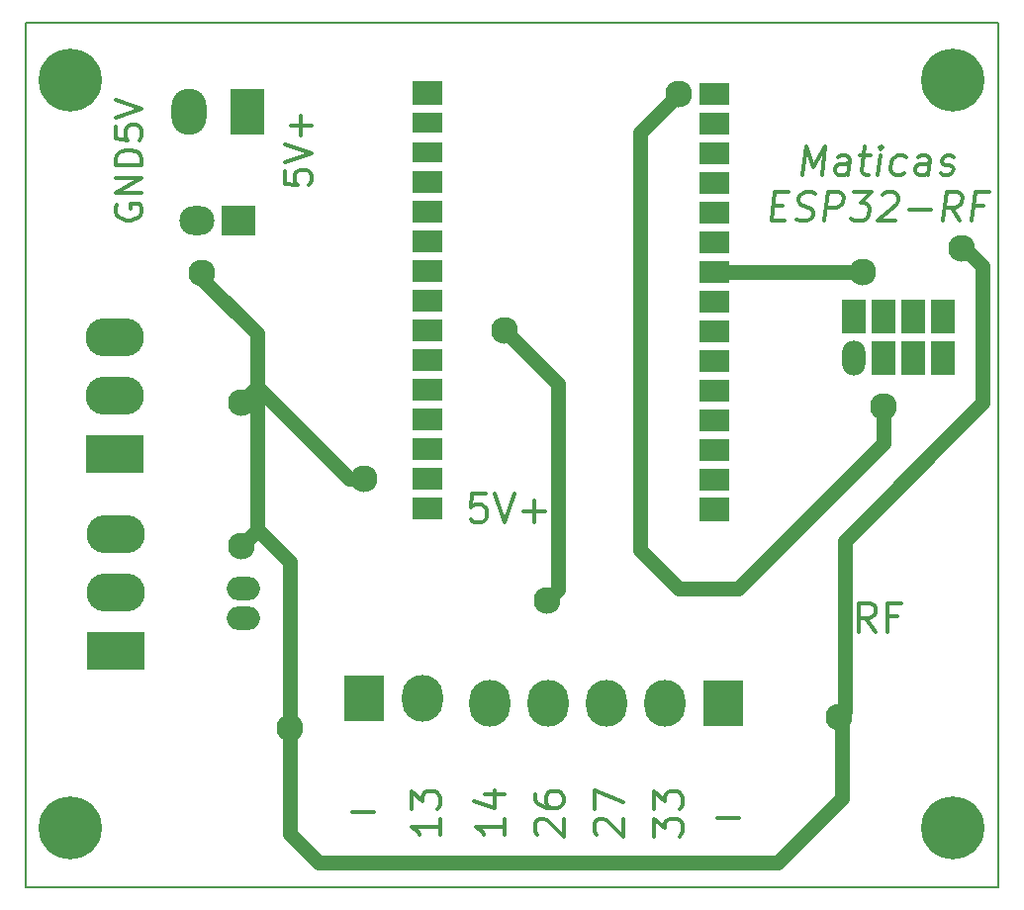
<source format=gbr>
%TF.GenerationSoftware,KiCad,Pcbnew,6.0.11+dfsg-1*%
%TF.CreationDate,2023-04-26T14:23:14-05:00*%
%TF.ProjectId,water_tank_module,77617465-725f-4746-916e-6b5f6d6f6475,rev?*%
%TF.SameCoordinates,Original*%
%TF.FileFunction,Copper,L1,Top*%
%TF.FilePolarity,Positive*%
%FSLAX46Y46*%
G04 Gerber Fmt 4.6, Leading zero omitted, Abs format (unit mm)*
G04 Created by KiCad (PCBNEW 6.0.11+dfsg-1) date 2023-04-26 14:23:14*
%MOMM*%
%LPD*%
G01*
G04 APERTURE LIST*
%TA.AperFunction,NonConductor*%
%ADD10C,0.200000*%
%TD*%
%ADD11C,0.300000*%
%TA.AperFunction,NonConductor*%
%ADD12C,0.300000*%
%TD*%
%TA.AperFunction,ComponentPad*%
%ADD13R,5.000000X3.300000*%
%TD*%
%TA.AperFunction,ComponentPad*%
%ADD14O,5.000000X3.300000*%
%TD*%
%TA.AperFunction,ComponentPad*%
%ADD15R,3.500000X4.000000*%
%TD*%
%TA.AperFunction,ComponentPad*%
%ADD16O,3.500000X4.000000*%
%TD*%
%TA.AperFunction,ComponentPad*%
%ADD17C,5.400000*%
%TD*%
%TA.AperFunction,ComponentPad*%
%ADD18R,2.000000X3.000000*%
%TD*%
%TA.AperFunction,ComponentPad*%
%ADD19O,2.000000X3.000000*%
%TD*%
%TA.AperFunction,ComponentPad*%
%ADD20R,3.000000X2.500000*%
%TD*%
%TA.AperFunction,ComponentPad*%
%ADD21O,3.000000X2.500000*%
%TD*%
%TA.AperFunction,ComponentPad*%
%ADD22R,2.540000X2.100000*%
%TD*%
%TA.AperFunction,ComponentPad*%
%ADD23R,2.540000X1.740000*%
%TD*%
%TA.AperFunction,ComponentPad*%
%ADD24R,2.540000X1.950000*%
%TD*%
%TA.AperFunction,ComponentPad*%
%ADD25R,3.000000X3.960000*%
%TD*%
%TA.AperFunction,ComponentPad*%
%ADD26O,3.000000X3.960000*%
%TD*%
%TA.AperFunction,ComponentPad*%
%ADD27O,2.850000X2.025000*%
%TD*%
%TA.AperFunction,ComponentPad*%
%ADD28R,2.540000X2.000000*%
%TD*%
%TA.AperFunction,ViaPad*%
%ADD29C,2.300000*%
%TD*%
%TA.AperFunction,Conductor*%
%ADD30C,1.250000*%
%TD*%
G04 APERTURE END LIST*
D10*
X199160000Y-66100000D02*
X115900000Y-66100000D01*
X115900000Y-66100000D02*
X115900000Y-140085000D01*
X115900000Y-140085000D02*
X199160000Y-140085000D01*
X199160000Y-140085000D02*
X199160000Y-66100000D01*
D11*
D12*
X151358333Y-134216666D02*
X151358333Y-135616666D01*
X151358333Y-134916666D02*
X148908333Y-134916666D01*
X149258333Y-135150000D01*
X149491666Y-135383333D01*
X149608333Y-135616666D01*
X148908333Y-133400000D02*
X148908333Y-131883333D01*
X149841666Y-132700000D01*
X149841666Y-132350000D01*
X149958333Y-132116666D01*
X150075000Y-132000000D01*
X150308333Y-131883333D01*
X150891666Y-131883333D01*
X151125000Y-132000000D01*
X151241666Y-132116666D01*
X151358333Y-132350000D01*
X151358333Y-133050000D01*
X151241666Y-133283333D01*
X151125000Y-133400000D01*
D11*
D12*
X156858333Y-134216666D02*
X156858333Y-135616666D01*
X156858333Y-134916666D02*
X154408333Y-134916666D01*
X154758333Y-135150000D01*
X154991666Y-135383333D01*
X155108333Y-135616666D01*
X155225000Y-132116666D02*
X156858333Y-132116666D01*
X154291666Y-132700000D02*
X156041666Y-133283333D01*
X156041666Y-131766666D01*
D11*
D12*
X123703000Y-81712863D02*
X123595857Y-81927148D01*
X123595857Y-82248577D01*
X123703000Y-82570005D01*
X123917285Y-82784291D01*
X124131571Y-82891434D01*
X124560142Y-82998577D01*
X124881571Y-82998577D01*
X125310142Y-82891434D01*
X125524428Y-82784291D01*
X125738714Y-82570005D01*
X125845857Y-82248577D01*
X125845857Y-82034291D01*
X125738714Y-81712863D01*
X125631571Y-81605720D01*
X124881571Y-81605720D01*
X124881571Y-82034291D01*
X125845857Y-80641434D02*
X123595857Y-80641434D01*
X125845857Y-79355720D01*
X123595857Y-79355720D01*
X125845857Y-78284291D02*
X123595857Y-78284291D01*
X123595857Y-77748577D01*
X123703000Y-77427148D01*
X123917285Y-77212863D01*
X124131571Y-77105720D01*
X124560142Y-76998577D01*
X124881571Y-76998577D01*
X125310142Y-77105720D01*
X125524428Y-77212863D01*
X125738714Y-77427148D01*
X125845857Y-77748577D01*
X125845857Y-78284291D01*
X123595857Y-74962863D02*
X123595857Y-76034291D01*
X124667285Y-76141434D01*
X124560142Y-76034291D01*
X124453000Y-75820005D01*
X124453000Y-75284291D01*
X124560142Y-75070005D01*
X124667285Y-74962863D01*
X124881571Y-74855720D01*
X125417285Y-74855720D01*
X125631571Y-74962863D01*
X125738714Y-75070005D01*
X125845857Y-75284291D01*
X125845857Y-75820005D01*
X125738714Y-76034291D01*
X125631571Y-76141434D01*
X123595857Y-74212863D02*
X125845857Y-73462863D01*
X123595857Y-72712863D01*
D11*
D12*
X159724999Y-135616666D02*
X159608333Y-135500000D01*
X159491666Y-135266666D01*
X159491666Y-134683333D01*
X159608333Y-134450000D01*
X159724999Y-134333333D01*
X159958333Y-134216666D01*
X160191666Y-134216666D01*
X160541666Y-134333333D01*
X161941666Y-135733333D01*
X161941666Y-134216666D01*
X159491666Y-132116666D02*
X159491666Y-132583333D01*
X159608333Y-132816666D01*
X159724999Y-132933333D01*
X160074999Y-133166666D01*
X160541666Y-133283333D01*
X161474999Y-133283333D01*
X161708333Y-133166666D01*
X161824999Y-133050000D01*
X161941666Y-132816666D01*
X161941666Y-132350000D01*
X161824999Y-132116666D01*
X161708333Y-132000000D01*
X161474999Y-131883333D01*
X160891666Y-131883333D01*
X160658333Y-132000000D01*
X160541666Y-132116666D01*
X160424999Y-132350000D01*
X160424999Y-132816666D01*
X160541666Y-133050000D01*
X160658333Y-133166666D01*
X160891666Y-133283333D01*
D11*
D12*
X169658333Y-135733333D02*
X169658333Y-134216666D01*
X170591666Y-135033333D01*
X170591666Y-134683333D01*
X170708333Y-134450000D01*
X170825000Y-134333333D01*
X171058333Y-134216666D01*
X171641666Y-134216666D01*
X171875000Y-134333333D01*
X171991666Y-134450000D01*
X172108333Y-134683333D01*
X172108333Y-135383333D01*
X171991666Y-135616666D01*
X171875000Y-135733333D01*
X169658333Y-133400000D02*
X169658333Y-131883333D01*
X170591666Y-132700000D01*
X170591666Y-132350000D01*
X170708333Y-132116666D01*
X170825000Y-132000000D01*
X171058333Y-131883333D01*
X171641666Y-131883333D01*
X171875000Y-132000000D01*
X171991666Y-132116666D01*
X172108333Y-132350000D01*
X172108333Y-133050000D01*
X171991666Y-133283333D01*
X171875000Y-133400000D01*
D11*
D12*
X175066666Y-134175000D02*
X176933333Y-134175000D01*
D11*
D12*
X164808332Y-135616666D02*
X164691666Y-135500000D01*
X164574999Y-135266666D01*
X164574999Y-134683333D01*
X164691666Y-134450000D01*
X164808332Y-134333333D01*
X165041666Y-134216666D01*
X165274999Y-134216666D01*
X165624999Y-134333333D01*
X167024999Y-135733333D01*
X167024999Y-134216666D01*
X164574999Y-133400000D02*
X164574999Y-131766666D01*
X167024999Y-132816666D01*
D11*
D12*
X138095857Y-78784291D02*
X138095857Y-79855720D01*
X139167285Y-79962863D01*
X139060142Y-79855720D01*
X138953000Y-79641434D01*
X138953000Y-79105720D01*
X139060142Y-78891434D01*
X139167285Y-78784291D01*
X139381571Y-78677148D01*
X139917285Y-78677148D01*
X140131571Y-78784291D01*
X140238714Y-78891434D01*
X140345857Y-79105720D01*
X140345857Y-79641434D01*
X140238714Y-79855720D01*
X140131571Y-79962863D01*
X138095857Y-78034291D02*
X140345857Y-77284291D01*
X138095857Y-76534291D01*
X139488714Y-75784291D02*
X139488714Y-74070005D01*
X140345857Y-74927148D02*
X138631571Y-74927148D01*
D11*
D12*
X143816666Y-133675000D02*
X145683333Y-133675000D01*
D11*
D12*
X155266666Y-106408333D02*
X154100000Y-106408333D01*
X153983333Y-107575000D01*
X154100000Y-107458333D01*
X154333333Y-107341666D01*
X154916666Y-107341666D01*
X155150000Y-107458333D01*
X155266666Y-107575000D01*
X155383333Y-107808333D01*
X155383333Y-108391666D01*
X155266666Y-108625000D01*
X155150000Y-108741666D01*
X154916666Y-108858333D01*
X154333333Y-108858333D01*
X154100000Y-108741666D01*
X153983333Y-108625000D01*
X156083333Y-106408333D02*
X156900000Y-108858333D01*
X157716666Y-106408333D01*
X158533333Y-107925000D02*
X160400000Y-107925000D01*
X159466666Y-108858333D02*
X159466666Y-106991666D01*
D11*
D12*
X188633333Y-118208333D02*
X187816666Y-117041666D01*
X187233333Y-118208333D02*
X187233333Y-115758333D01*
X188166666Y-115758333D01*
X188400000Y-115875000D01*
X188516666Y-115991666D01*
X188633333Y-116225000D01*
X188633333Y-116575000D01*
X188516666Y-116808333D01*
X188400000Y-116925000D01*
X188166666Y-117041666D01*
X187233333Y-117041666D01*
X190500000Y-116925000D02*
X189683333Y-116925000D01*
X189683333Y-118208333D02*
X189683333Y-115758333D01*
X190850000Y-115758333D01*
D11*
D12*
X182409718Y-79115083D02*
X182715968Y-76665083D01*
X183313885Y-78415083D01*
X184349302Y-76665083D01*
X184043052Y-79115083D01*
X186259718Y-79115083D02*
X186420135Y-77831750D01*
X186332635Y-77598416D01*
X186113885Y-77481750D01*
X185647218Y-77481750D01*
X185399302Y-77598416D01*
X186274302Y-78998416D02*
X186026385Y-79115083D01*
X185443052Y-79115083D01*
X185224302Y-78998416D01*
X185136802Y-78765083D01*
X185165968Y-78531750D01*
X185311802Y-78298416D01*
X185559718Y-78181750D01*
X186143052Y-78181750D01*
X186390968Y-78065083D01*
X187280552Y-77481750D02*
X188213885Y-77481750D01*
X187732635Y-76665083D02*
X187470135Y-78765083D01*
X187557635Y-78998416D01*
X187776385Y-79115083D01*
X188009718Y-79115083D01*
X188826385Y-79115083D02*
X189030552Y-77481750D01*
X189132635Y-76665083D02*
X189001385Y-76781750D01*
X189103468Y-76898416D01*
X189234718Y-76781750D01*
X189132635Y-76665083D01*
X189103468Y-76898416D01*
X191057635Y-78998416D02*
X190809718Y-79115083D01*
X190343052Y-79115083D01*
X190124302Y-78998416D01*
X190022218Y-78881750D01*
X189934718Y-78648416D01*
X190022218Y-77948416D01*
X190168052Y-77715083D01*
X190299302Y-77598416D01*
X190547218Y-77481750D01*
X191013885Y-77481750D01*
X191232635Y-77598416D01*
X193143052Y-79115083D02*
X193303468Y-77831750D01*
X193215968Y-77598416D01*
X192997218Y-77481750D01*
X192530552Y-77481750D01*
X192282635Y-77598416D01*
X193157635Y-78998416D02*
X192909718Y-79115083D01*
X192326385Y-79115083D01*
X192107635Y-78998416D01*
X192020135Y-78765083D01*
X192049302Y-78531750D01*
X192195135Y-78298416D01*
X192443052Y-78181750D01*
X193026385Y-78181750D01*
X193274302Y-78065083D01*
X194207635Y-78998416D02*
X194426385Y-79115083D01*
X194893052Y-79115083D01*
X195140968Y-78998416D01*
X195286802Y-78765083D01*
X195301385Y-78648416D01*
X195213885Y-78415083D01*
X194995135Y-78298416D01*
X194645135Y-78298416D01*
X194426385Y-78181750D01*
X194338885Y-77948416D01*
X194353468Y-77831750D01*
X194499302Y-77598416D01*
X194747218Y-77481750D01*
X195097218Y-77481750D01*
X195315968Y-77598416D01*
X179886802Y-81776250D02*
X180703468Y-81776250D01*
X180893052Y-83059583D02*
X179726385Y-83059583D01*
X180032635Y-80609583D01*
X181199302Y-80609583D01*
X181840968Y-82942916D02*
X182176385Y-83059583D01*
X182759718Y-83059583D01*
X183007635Y-82942916D01*
X183138885Y-82826250D01*
X183284718Y-82592916D01*
X183313885Y-82359583D01*
X183226385Y-82126250D01*
X183124302Y-82009583D01*
X182905552Y-81892916D01*
X182453468Y-81776250D01*
X182234718Y-81659583D01*
X182132635Y-81542916D01*
X182045135Y-81309583D01*
X182074302Y-81076250D01*
X182220135Y-80842916D01*
X182351385Y-80726250D01*
X182599302Y-80609583D01*
X183182635Y-80609583D01*
X183518052Y-80726250D01*
X184276385Y-83059583D02*
X184582635Y-80609583D01*
X185515968Y-80609583D01*
X185734718Y-80726250D01*
X185836802Y-80842916D01*
X185924302Y-81076250D01*
X185880552Y-81426250D01*
X185734718Y-81659583D01*
X185603468Y-81776250D01*
X185355552Y-81892916D01*
X184422218Y-81892916D01*
X186799302Y-80609583D02*
X188315968Y-80609583D01*
X187382635Y-81542916D01*
X187732635Y-81542916D01*
X187951385Y-81659583D01*
X188053468Y-81776250D01*
X188140968Y-82009583D01*
X188068052Y-82592916D01*
X187922218Y-82826250D01*
X187790968Y-82942916D01*
X187543052Y-83059583D01*
X186843052Y-83059583D01*
X186624302Y-82942916D01*
X186522218Y-82826250D01*
X189220135Y-80842916D02*
X189351385Y-80726250D01*
X189599302Y-80609583D01*
X190182635Y-80609583D01*
X190401385Y-80726250D01*
X190503468Y-80842916D01*
X190590968Y-81076250D01*
X190561802Y-81309583D01*
X190401385Y-81659583D01*
X188826385Y-83059583D01*
X190343052Y-83059583D01*
X191509718Y-82126250D02*
X193376385Y-82126250D01*
X195826385Y-83059583D02*
X195155552Y-81892916D01*
X194426385Y-83059583D02*
X194732635Y-80609583D01*
X195665968Y-80609583D01*
X195884718Y-80726250D01*
X195986802Y-80842916D01*
X196074302Y-81076250D01*
X196030552Y-81426250D01*
X195884718Y-81659583D01*
X195753468Y-81776250D01*
X195505552Y-81892916D01*
X194572218Y-81892916D01*
X197853468Y-81776250D02*
X197036802Y-81776250D01*
X196876385Y-83059583D02*
X197182635Y-80609583D01*
X198349302Y-80609583D01*
D13*
%TO.P,J4,1,Pin_1*%
%TO.N,D34*%
X123500000Y-103000000D03*
D14*
%TO.P,J4,2,Pin_2*%
%TO.N,5v*%
X123500000Y-98000000D03*
%TO.P,J4,3,Pin_3*%
%TO.N,GND5V*%
X123500000Y-93000000D03*
%TD*%
D13*
%TO.P,J2,1,Pin_1*%
%TO.N,D25*%
X123642500Y-119857500D03*
D14*
%TO.P,J2,2,Pin_2*%
%TO.N,5v*%
X123642500Y-114857500D03*
%TO.P,J2,3,Pin_3*%
%TO.N,GND5V*%
X123642500Y-109857500D03*
%TD*%
D15*
%TO.P,J3,1,Pin_1*%
%TO.N,GND5V*%
X175607500Y-124357500D03*
D16*
%TO.P,J3,2,Pin_2*%
%TO.N,D33*%
X170607500Y-124357500D03*
%TO.P,J3,3,Pin_3*%
%TO.N,D27*%
X165607500Y-124357500D03*
%TO.P,J3,4,Pin_4*%
%TO.N,D26*%
X160607500Y-124357500D03*
%TO.P,J3,5,Pin_5*%
%TO.N,D14*%
X155607500Y-124357500D03*
%TD*%
D17*
%TO.P,H2,1*%
%TO.N,N/C*%
X119750000Y-135000000D03*
%TD*%
D18*
%TO.P,U4,1,GND*%
%TO.N,GND5V*%
X194423000Y-91244000D03*
%TO.P,U4,2,VCC*%
%TO.N,5v*%
X194423000Y-94784000D03*
%TO.P,U4,3,CE*%
%TO.N,D4*%
X191883000Y-91244000D03*
%TO.P,U4,4,~{CSN}*%
%TO.N,D5*%
X191883000Y-94784000D03*
%TO.P,U4,5,SCK*%
%TO.N,D18*%
X189343000Y-91244000D03*
%TO.P,U4,6,MOSI*%
%TO.N,D23*%
X189343000Y-94784000D03*
%TO.P,U4,7,MISO*%
%TO.N,D19*%
X186803000Y-91244000D03*
D19*
%TO.P,U4,8,IRQ*%
%TO.N,unconnected-(U4-Pad8)*%
X186803000Y-94784000D03*
%TD*%
D20*
%TO.P,C1,1*%
%TO.N,5v*%
X134099113Y-82999113D03*
D21*
%TO.P,C1,2*%
%TO.N,GND5V*%
X130549113Y-82999113D03*
%TD*%
D17*
%TO.P,H3,1*%
%TO.N,N/C*%
X195250000Y-71000000D03*
%TD*%
D22*
%TO.P,J_esp0,1,Pin_1*%
%TO.N,EN*%
X150295000Y-72105000D03*
D23*
%TO.P,J_esp0,2,Pin_2*%
%TO.N,VP*%
X150295000Y-74645000D03*
%TO.P,J_esp0,3,Pin_3*%
%TO.N,VN*%
X150295000Y-77185000D03*
D24*
%TO.P,J_esp0,4,Pin_4*%
%TO.N,D34*%
X150295000Y-79725000D03*
%TO.P,J_esp0,5,Pin_5*%
%TO.N,D35*%
X150295000Y-82265000D03*
%TO.P,J_esp0,6,Pin_6*%
%TO.N,D32*%
X150295000Y-84805000D03*
%TO.P,J_esp0,7,Pin_7*%
%TO.N,D33*%
X150295000Y-87345000D03*
%TO.P,J_esp0,8,Pin_8*%
%TO.N,D25*%
X150295000Y-89885000D03*
%TO.P,J_esp0,9,Pin_9*%
%TO.N,D26*%
X150295000Y-92425000D03*
%TO.P,J_esp0,10,Pin_10*%
%TO.N,D27*%
X150295000Y-94965000D03*
%TO.P,J_esp0,11,Pin_11*%
%TO.N,D14*%
X150295000Y-97505000D03*
%TO.P,J_esp0,12,Pin_12*%
%TO.N,D12*%
X150295000Y-100045000D03*
%TO.P,J_esp0,13,Pin_13*%
%TO.N,D13*%
X150295000Y-102585000D03*
%TO.P,J_esp0,14,Pin_14*%
%TO.N,GND5V*%
X150295000Y-105125000D03*
%TO.P,J_esp0,15,Pin_15*%
%TO.N,5v*%
X150295000Y-107665000D03*
%TD*%
D25*
%TO.P,5V1,1,Pin_1*%
%TO.N,5v*%
X134871800Y-73688063D03*
D26*
%TO.P,5V1,2,Pin_2*%
%TO.N,GND5V*%
X129871800Y-73688063D03*
%TD*%
D17*
%TO.P,H4,1*%
%TO.N,N/C*%
X119750000Y-71000000D03*
%TD*%
%TO.P,H1,1*%
%TO.N,N/C*%
X195250000Y-135000000D03*
%TD*%
D15*
%TO.P,J1,1,Pin_1*%
%TO.N,GND5V*%
X144892500Y-123892500D03*
D16*
%TO.P,J1,2,Pin_2*%
%TO.N,D13*%
X149892500Y-123892500D03*
%TD*%
D27*
%TO.P,R11,1*%
%TO.N,5v*%
X134500000Y-114549750D03*
%TO.P,R11,2*%
%TO.N,D25*%
X134500000Y-117089750D03*
%TD*%
D28*
%TO.P,J_esp1,1,Pin_1*%
%TO.N,3V3*%
X174835500Y-107744000D03*
D24*
%TO.P,J_esp1,2,Pin_2*%
%TO.N,GND2*%
X174835500Y-105204000D03*
%TO.P,J_esp1,3,Pin_3*%
%TO.N,D15*%
X174835500Y-102664000D03*
%TO.P,J_esp1,4,Pin_4*%
%TO.N,D2*%
X174835500Y-100124000D03*
%TO.P,J_esp1,5,Pin_5*%
%TO.N,D4*%
X174835500Y-97584000D03*
%TO.P,J_esp1,6,Pin_6*%
%TO.N,RX2*%
X174835500Y-95044000D03*
%TO.P,J_esp1,7,Pin_7*%
%TO.N,TX2*%
X174835500Y-92504000D03*
%TO.P,J_esp1,8,Pin_8*%
%TO.N,D5*%
X174835500Y-89964000D03*
%TO.P,J_esp1,9,Pin_9*%
%TO.N,D18*%
X174835500Y-87424000D03*
%TO.P,J_esp1,10,Pin_10*%
%TO.N,D19*%
X174835500Y-84884000D03*
%TO.P,J_esp1,11,Pin_11*%
%TO.N,D21*%
X174835500Y-82344000D03*
%TO.P,J_esp1,12,Pin_12*%
%TO.N,RX0*%
X174835500Y-79804000D03*
%TO.P,J_esp1,13,Pin_13*%
%TO.N,TX0*%
X174835500Y-77264000D03*
%TO.P,J_esp1,14,Pin_14*%
%TO.N,D22*%
X174835500Y-74724000D03*
%TO.P,J_esp1,15,Pin_15*%
%TO.N,D23*%
X174835500Y-72184000D03*
%TD*%
D29*
%TO.N,D26*%
X156875000Y-92425000D03*
X160500000Y-115500000D03*
%TO.N,D18*%
X187528000Y-87472000D03*
%TO.N,D23*%
X189343000Y-98943000D03*
X171780000Y-72232000D03*
%TO.N,GND5V*%
X134356500Y-98606500D03*
X130999113Y-87500887D03*
X196037000Y-85440000D03*
X144856000Y-105125000D03*
X134391000Y-110891000D03*
X185500000Y-125500000D03*
X138500000Y-126500000D03*
%TD*%
D30*
%TO.N,D26*%
X161425000Y-96975000D02*
X156875000Y-92425000D01*
X160500000Y-115500000D02*
X160500000Y-115250000D01*
X161425000Y-114575000D02*
X161425000Y-96975000D01*
X160500000Y-115500000D02*
X161425000Y-114575000D01*
%TO.N,D18*%
X187480000Y-87424000D02*
X174835500Y-87424000D01*
X187528000Y-87472000D02*
X187480000Y-87424000D01*
%TO.N,D19*%
X186803000Y-91744000D02*
X186803000Y-91700000D01*
%TO.N,D23*%
X171757000Y-114500000D02*
X168478000Y-111221000D01*
X168478000Y-111221000D02*
X168478000Y-75534000D01*
X189343000Y-98943000D02*
X189343000Y-102040000D01*
X168478000Y-75534000D02*
X171780000Y-72232000D01*
X189343000Y-102040000D02*
X176883000Y-114500000D01*
X176883000Y-114500000D02*
X171757000Y-114500000D01*
%TO.N,GND5V*%
X185750000Y-132498600D02*
X185750000Y-125750000D01*
X138500000Y-135500000D02*
X138500000Y-112250000D01*
X180248600Y-138000000D02*
X185750000Y-132498600D01*
X135712000Y-109570000D02*
X135712000Y-97251000D01*
X197815000Y-86964000D02*
X197815000Y-98648000D01*
X134356500Y-98606500D02*
X135712000Y-97251000D01*
X138500000Y-112250000D02*
X135820000Y-109570000D01*
X185750000Y-125750000D02*
X185500000Y-125500000D01*
X186000000Y-125000000D02*
X185500000Y-125500000D01*
X134391000Y-110891000D02*
X135712000Y-109570000D01*
X144856000Y-105125000D02*
X143586000Y-105125000D01*
X197815000Y-98648000D02*
X186000000Y-110463000D01*
X130999113Y-87500887D02*
X130999113Y-87999113D01*
X172251400Y-138000000D02*
X141000000Y-138000000D01*
X171500000Y-138000000D02*
X180248600Y-138000000D01*
X143586000Y-105125000D02*
X135712000Y-97251000D01*
X186000000Y-110463000D02*
X186000000Y-125000000D01*
X141000000Y-138000000D02*
X138500000Y-135500000D01*
X135712000Y-92712000D02*
X135712000Y-97251000D01*
X196291000Y-85440000D02*
X197815000Y-86964000D01*
X135820000Y-109570000D02*
X135712000Y-109570000D01*
X196037000Y-85440000D02*
X196291000Y-85440000D01*
X130999113Y-87999113D02*
X135712000Y-92712000D01*
%TD*%
M02*

</source>
